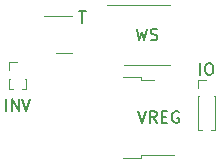
<source format=gbr>
%TF.GenerationSoftware,KiCad,Pcbnew,6.0.2+dfsg-1*%
%TF.CreationDate,2024-08-03T19:21:51-04:00*%
%TF.ProjectId,elpixel,656c7069-7865-46c2-9e6b-696361645f70,rev?*%
%TF.SameCoordinates,Original*%
%TF.FileFunction,Legend,Top*%
%TF.FilePolarity,Positive*%
%FSLAX46Y46*%
G04 Gerber Fmt 4.6, Leading zero omitted, Abs format (unit mm)*
G04 Created by KiCad (PCBNEW 6.0.2+dfsg-1) date 2024-08-03 19:21:51*
%MOMM*%
%LPD*%
G01*
G04 APERTURE LIST*
%ADD10C,0.150000*%
%ADD11C,0.120000*%
G04 APERTURE END LIST*
D10*
%TO.C,WS*%
X119095238Y-131452380D02*
X119333333Y-132452380D01*
X119523809Y-131738095D01*
X119714285Y-132452380D01*
X119952380Y-131452380D01*
X120285714Y-132404761D02*
X120428571Y-132452380D01*
X120666666Y-132452380D01*
X120761904Y-132404761D01*
X120809523Y-132357142D01*
X120857142Y-132261904D01*
X120857142Y-132166666D01*
X120809523Y-132071428D01*
X120761904Y-132023809D01*
X120666666Y-131976190D01*
X120476190Y-131928571D01*
X120380952Y-131880952D01*
X120333333Y-131833333D01*
X120285714Y-131738095D01*
X120285714Y-131642857D01*
X120333333Y-131547619D01*
X120380952Y-131500000D01*
X120476190Y-131452380D01*
X120714285Y-131452380D01*
X120857142Y-131500000D01*
%TO.C,T*%
X114214285Y-129952380D02*
X114785714Y-129952380D01*
X114500000Y-130952380D02*
X114500000Y-129952380D01*
%TO.C,INV*%
X108047619Y-138452380D02*
X108047619Y-137452380D01*
X108523809Y-138452380D02*
X108523809Y-137452380D01*
X109095238Y-138452380D01*
X109095238Y-137452380D01*
X109428571Y-137452380D02*
X109761904Y-138452380D01*
X110095238Y-137452380D01*
%TO.C,VREG*%
X119214285Y-138452380D02*
X119547619Y-139452380D01*
X119880952Y-138452380D01*
X120785714Y-139452380D02*
X120452380Y-138976190D01*
X120214285Y-139452380D02*
X120214285Y-138452380D01*
X120595238Y-138452380D01*
X120690476Y-138500000D01*
X120738095Y-138547619D01*
X120785714Y-138642857D01*
X120785714Y-138785714D01*
X120738095Y-138880952D01*
X120690476Y-138928571D01*
X120595238Y-138976190D01*
X120214285Y-138976190D01*
X121214285Y-138928571D02*
X121547619Y-138928571D01*
X121690476Y-139452380D02*
X121214285Y-139452380D01*
X121214285Y-138452380D01*
X121690476Y-138452380D01*
X122642857Y-138500000D02*
X122547619Y-138452380D01*
X122404761Y-138452380D01*
X122261904Y-138500000D01*
X122166666Y-138595238D01*
X122119047Y-138690476D01*
X122071428Y-138880952D01*
X122071428Y-139023809D01*
X122119047Y-139214285D01*
X122166666Y-139309523D01*
X122261904Y-139404761D01*
X122404761Y-139452380D01*
X122499999Y-139452380D01*
X122642857Y-139404761D01*
X122690476Y-139357142D01*
X122690476Y-139023809D01*
X122499999Y-139023809D01*
%TO.C,IO*%
X124476190Y-135392380D02*
X124476190Y-134392380D01*
X125142857Y-134392380D02*
X125333333Y-134392380D01*
X125428571Y-134440000D01*
X125523809Y-134535238D01*
X125571428Y-134725714D01*
X125571428Y-135059047D01*
X125523809Y-135249523D01*
X125428571Y-135344761D01*
X125333333Y-135392380D01*
X125142857Y-135392380D01*
X125047619Y-135344761D01*
X124952380Y-135249523D01*
X124904761Y-135059047D01*
X124904761Y-134725714D01*
X124952380Y-134535238D01*
X125047619Y-134440000D01*
X125142857Y-134392380D01*
D11*
%TO.C,WS*%
X120000000Y-129440000D02*
X116550000Y-129440000D01*
X120000000Y-134560000D02*
X118050000Y-134560000D01*
X120000000Y-134560000D02*
X121950000Y-134560000D01*
X120000000Y-129440000D02*
X121950000Y-129440000D01*
%TO.C,T*%
X112937500Y-130390000D02*
X111262500Y-130390000D01*
X112937500Y-130390000D02*
X113587500Y-130390000D01*
X112937500Y-133510000D02*
X112287500Y-133510000D01*
X112937500Y-133510000D02*
X113587500Y-133510000D01*
%TO.C,INV*%
X108305000Y-135000000D02*
X108305000Y-134315000D01*
X108305000Y-135685000D02*
X108305000Y-136560000D01*
X108305000Y-136560000D02*
X108605507Y-136560000D01*
X108305000Y-135685000D02*
X108391724Y-135685000D01*
X108305000Y-134315000D02*
X109000000Y-134315000D01*
X109394493Y-136560000D02*
X109695000Y-136560000D01*
X109608276Y-135685000D02*
X109695000Y-135685000D01*
X109695000Y-135685000D02*
X109695000Y-136560000D01*
%TO.C,VREG*%
X117970000Y-135550000D02*
X119470000Y-135550000D01*
X119470000Y-135550000D02*
X119470000Y-135820000D01*
X119470000Y-135820000D02*
X120570000Y-135820000D01*
X119470000Y-142180000D02*
X122300000Y-142180000D01*
X119470000Y-142450000D02*
X119470000Y-142180000D01*
X117970000Y-142450000D02*
X119470000Y-142450000D01*
%TO.C,IO*%
X125608276Y-137185000D02*
X125695000Y-137185000D01*
X125695000Y-137185000D02*
X125695000Y-140060000D01*
X124305000Y-140060000D02*
X124605507Y-140060000D01*
X125394493Y-140060000D02*
X125695000Y-140060000D01*
X124305000Y-136500000D02*
X124305000Y-135815000D01*
X124305000Y-137185000D02*
X124391724Y-137185000D01*
X124305000Y-135815000D02*
X125000000Y-135815000D01*
X124305000Y-137185000D02*
X124305000Y-140060000D01*
%TD*%
M02*

</source>
